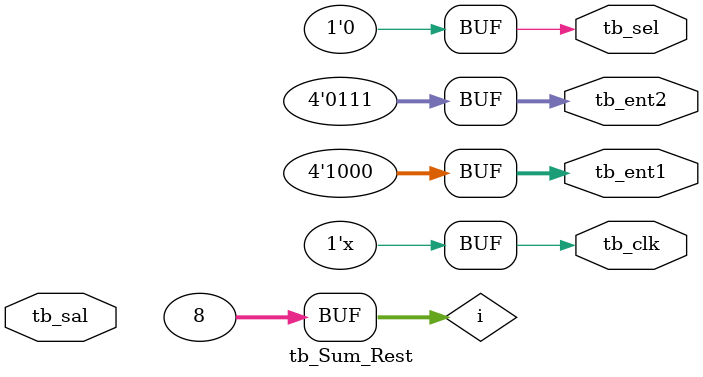
<source format=v>
/*Test bench Sumador y Restador de 4 bits*/

module tb_Sum_Rest (tb_clk, tb_sel, tb_ent1, tb_ent2, tb_sal);
	output reg tb_clk, tb_sel;
	output reg[3:0] tb_ent1;
	output reg[3:0] tb_ent2;
	input wire[4:0] tb_sal;
	integer i;

	/*Instancias*/
	Sum_Rest instancia(
		.clk(tb_clk),
		.sel(tb_sel),
		.ent1(tb_ent1),
		.ent2(tb_ent2),
		.sal(tb_sal)
	);

	initial begin
		tb_clk = 0;
		tb_sel = 0;
		tb_ent1 = 4'b0000;
		tb_ent2 = 4'b0000;
		#5;
		$monitor("Inicializando variables...");
		#5;
		$monitor("Modo Sumador Seleccionado.");
		#5;
		$monitor("Inicia Suma: ");
		tb_sel = 1'b1;
		#5;

		for (i = 0; i < 8; i= i+1) begin
			#10;
			tb_ent1 = i;
			tb_ent2 = 15-i*2;
			$monitor("ENT1[%d] ENT2[%d] SAL[%d]",tb_ent1,tb_ent2,tb_sal);
			#10;
		end

		tb_sel = 1'b0;
		tb_ent1 = 4'b1111;
		tb_ent2 = 4'b0000;
		#5;
		$monitor("Inicializando variables...");
		#5;
		$monitor("Modo Restador Seleccionado.");
		#5;
		$monitor("Inicia resta: ");
		#5;

		for (i = 0; i < 8; i= i+1) begin
			#10;
				tb_ent1 = 15 - i;
				tb_ent2 = i;
			
			$monitor("ENT1[%d] ENT2[%d] SAL[%d]",tb_ent1,tb_ent2,tb_sal);
			#10;
		end


	end

	/*Generacion del Reloj*/
	always #10 tb_clk=!tb_clk;


endmodule

</source>
